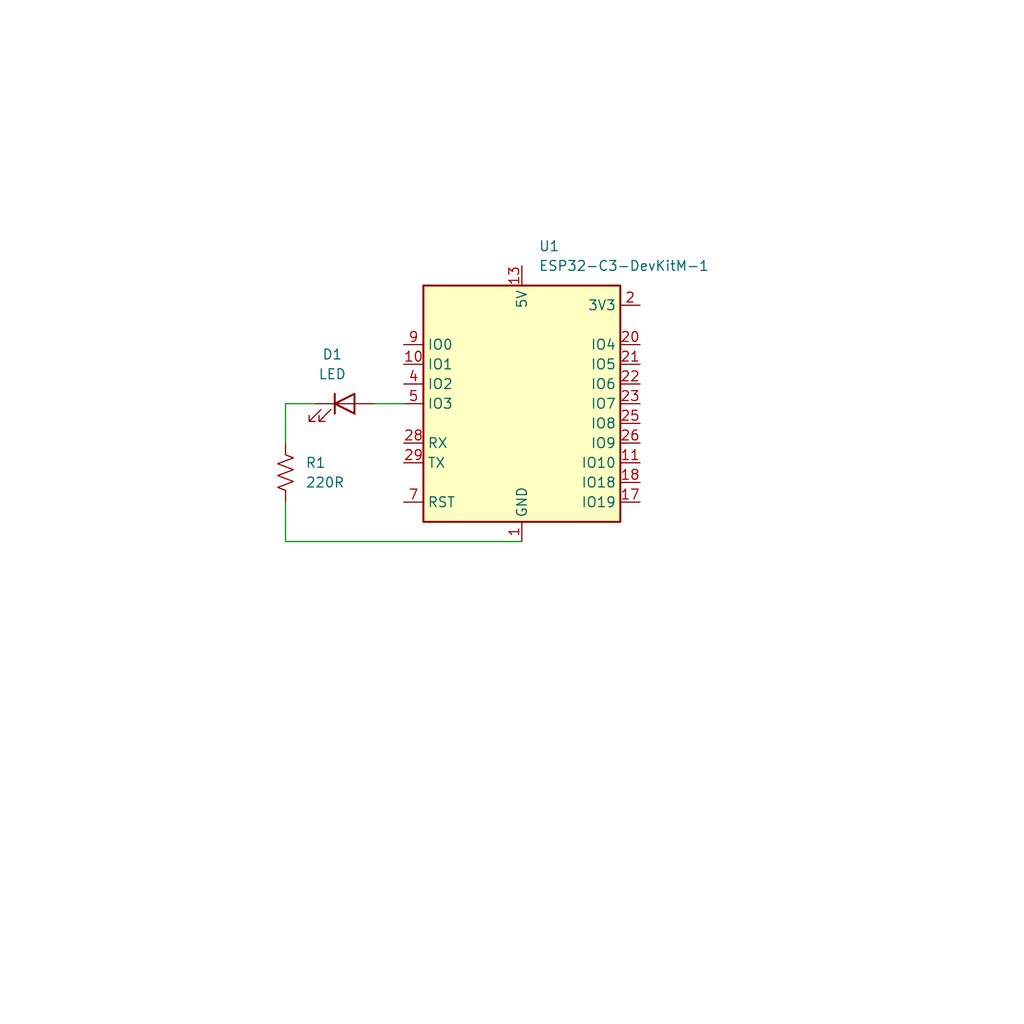
<source format=kicad_sch>
(kicad_sch (version 20250114) (generator "eeschema") (generator_version "9.0")
  (paper "User" 132.08 132.08)
  (lib_symbols
    (symbol "Device:LED" (pin_numbers (hide yes)) (pin_names (offset 1.016) (hide yes))
      (property "Reference" "D" (at 0 2.54 0))
      (property "Value" "LED" (at 0 -2.54 0))
      (symbol "LED_0_1"
        (polyline (pts (xy -3.048 -0.762) (xy -4.572 -2.286) (xy -3.81 -2.286) (xy -4.572 -2.286) (xy -4.572 -1.524)))
        (polyline (pts (xy -1.778 -0.762) (xy -3.302 -2.286) (xy -2.54 -2.286) (xy -3.302 -2.286) (xy -3.302 -1.524)))
        (polyline (pts (xy -1.27 0) (xy 1.27 0)))
        (polyline (pts (xy -1.27 -1.27) (xy -1.27 1.27)) (stroke (width 0.254)))
        (polyline (pts (xy 1.27 -1.27) (xy 1.27 1.27) (xy -1.27 0) (xy 1.27 -1.27)) (stroke (width 0.254)))
      )
      (symbol "LED_1_1"
        (pin passive line (at -3.81 0 0) (length 2.54) (name "K") (number "1"))
        (pin passive line (at 3.81 0 180) (length 2.54) (name "A") (number "2"))
      )
    )
    (symbol "Device:R_US" (pin_numbers (hide yes)) (pin_names (offset 0))
      (property "Reference" "R" (at 2.54 0 90))
      (property "Value" "R_US" (at -2.54 0 90))
      (symbol "R_US_0_1"
        (polyline (pts (xy 0 2.286) (xy 0 2.54)))
        (polyline (pts (xy 0 2.286) (xy 1.016 1.905) (xy 0 1.524) (xy -1.016 1.143) (xy 0 0.762)))
        (polyline (pts (xy 0 0.762) (xy 1.016 0.381) (xy 0 0) (xy -1.016 -0.381) (xy 0 -0.762)))
        (polyline (pts (xy 0 -0.762) (xy 1.016 -1.143) (xy 0 -1.524) (xy -1.016 -1.905) (xy 0 -2.286)))
        (polyline (pts (xy 0 -2.286) (xy 0 -2.54)))
      )
      (symbol "R_US_1_1"
        (pin passive line (at 0 3.81 270) (length 1.27) (name "~") (number "1"))
        (pin passive line (at 0 -3.81 90) (length 1.27) (name "~") (number "2"))
      )
    )
    (symbol "RF_Module:ESP32-C3-DevKitM-1"
      (property "Reference" "U" (at 7.62 16.51 0))
      (property "Value" "ESP32-C3-DevKitM-1" (at 11.684 -16.764 0))
      (symbol "ESP32-C3-DevKitM-1_1_1"
        (rectangle (start -12.7 15.24) (end 12.7 -15.24) (stroke (width 0.254)) (fill (type background)))
        (pin bidirectional line (at -15.24 7.62 0) (length 2.54) (name "IO0") (number "9"))
        (pin bidirectional line (at -15.24 5.08 0) (length 2.54) (name "IO1") (number "10"))
        (pin bidirectional line (at -15.24 2.54 0) (length 2.54) (name "IO2") (number "4"))
        (pin bidirectional line (at -15.24 0 0) (length 2.54) (name "IO3") (number "5"))
        (pin input line (at -15.24 -5.08 0) (length 2.54) (name "RX") (number "28"))
        (pin output line (at -15.24 -7.62 0) (length 2.54) (name "TX") (number "29"))
        (pin input line (at -15.24 -12.7 0) (length 2.54) (name "RST") (number "7"))
        (pin passive line (at 0 17.78 270) (length 2.54) (name "5V") (number "13"))
        (pin passive line (at 0 17.78 270) (length 2.54) (hide yes) (name "5V") (number "14"))
        (pin power_in line (at 0 -17.78 90) (length 2.54) (name "GND") (number "1"))
        (pin passive line (at 0 -17.78 90) (length 2.54) (hide yes) (name "GND") (number "12"))
        (pin passive line (at 0 -17.78 90) (length 2.54) (hide yes) (name "GND") (number "15"))
        (pin passive line (at 0 -17.78 90) (length 2.54) (hide yes) (name "GND") (number "16"))
        (pin passive line (at 0 -17.78 90) (length 2.54) (hide yes) (name "GND") (number "19"))
        (pin passive line (at 0 -17.78 90) (length 2.54) (hide yes) (name "GND") (number "24"))
        (pin passive line (at 0 -17.78 90) (length 2.54) (hide yes) (name "GND") (number "27"))
        (pin passive line (at 0 -17.78 90) (length 2.54) (hide yes) (name "GND") (number "30"))
        (pin passive line (at 0 -17.78 90) (length 2.54) (hide yes) (name "GND") (number "6"))
        (pin passive line (at 0 -17.78 90) (length 2.54) (hide yes) (name "GND") (number "8"))
        (pin power_out line (at 15.24 12.7 180) (length 2.54) (name "3V3") (number "2"))
        (pin passive line (at 15.24 12.7 180) (length 2.54) (hide yes) (name "3V3") (number "3"))
        (pin bidirectional line (at 15.24 7.62 180) (length 2.54) (name "IO4") (number "20"))
        (pin bidirectional line (at 15.24 5.08 180) (length 2.54) (name "IO5") (number "21"))
        (pin bidirectional line (at 15.24 2.54 180) (length 2.54) (name "IO6") (number "22"))
        (pin bidirectional line (at 15.24 0 180) (length 2.54) (name "IO7") (number "23"))
        (pin bidirectional line (at 15.24 -2.54 180) (length 2.54) (name "IO8") (number "25"))
        (pin bidirectional line (at 15.24 -5.08 180) (length 2.54) (name "IO9") (number "26"))
        (pin bidirectional line (at 15.24 -7.62 180) (length 2.54) (name "IO10") (number "11"))
        (pin bidirectional line (at 15.24 -10.16 180) (length 2.54) (name "IO18") (number "18"))
        (pin bidirectional line (at 15.24 -12.7 180) (length 2.54) (name "IO19") (number "17"))
      )
    )
  )
  (wire (pts (xy 48.26 52.07) (xy 52.07 52.07)))
  (wire (pts (xy 40.64 52.07) (xy 36.83 52.07)))
  (wire (pts (xy 36.83 52.07) (xy 36.83 57.15)))
  (wire (pts (xy 36.83 69.85) (xy 67.31 69.85)))
  (wire (pts (xy 36.83 64.77) (xy 36.83 69.85)))
  (symbol (lib_id "Device:R_US") (at 36.83 60.96 0) (unit 1)
    (property "Reference" "R1" (at 39.37 59.6899 0) (effects (justify left)))
    (property "Value" "220R" (at 39.37 62.2299 0) (effects (justify left)))
    (property "Description" "Resistor, US symbol" (effects (hide yes)))
  )
  (symbol (lib_id "Device:LED") (at 44.45 52.07 0) (unit 1)
    (property "Reference" "D1" (at 42.8625 45.72 0))
    (property "Value" "LED" (at 42.8625 48.26 0))
    (property "Description" "Light emitting diode" (effects (hide yes)))
    (property "Sim.Pins" "1=K 2=A" (effects (hide yes)))
  )
  (symbol (lib_id "RF_Module:ESP32-C3-DevKitM-1") (at 67.31 52.07 0) (unit 1)
    (property "Reference" "U1" (at 69.4533 31.75 0) (effects (justify left)))
    (property "Value" "ESP32-C3-DevKitM-1" (at 69.4533 34.29 0) (effects (justify left)))
    (property "Footprint" "RF_Module:ESP32-C3-DevKitM-1" (effects (hide yes)))
    (property "Datasheet" "https://docs.espressif.com/projects/esp-idf/en/latest/esp32c3/hw-reference/esp32c3/user-guide-devkitm-1.html" (effects (hide yes)))
    (property "Description" "Development board featuring ESP32-C3-MINI-1 module" (effects (hide yes)))
  )
)
</source>
